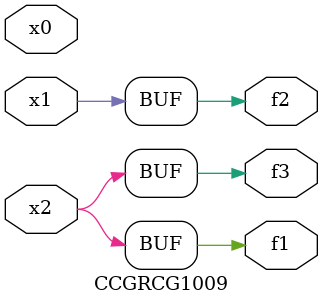
<source format=v>
module CCGRCG1009(
	input x0, x1, x2,
	output f1, f2, f3
);
	assign f1 = x2;
	assign f2 = x1;
	assign f3 = x2;
endmodule

</source>
